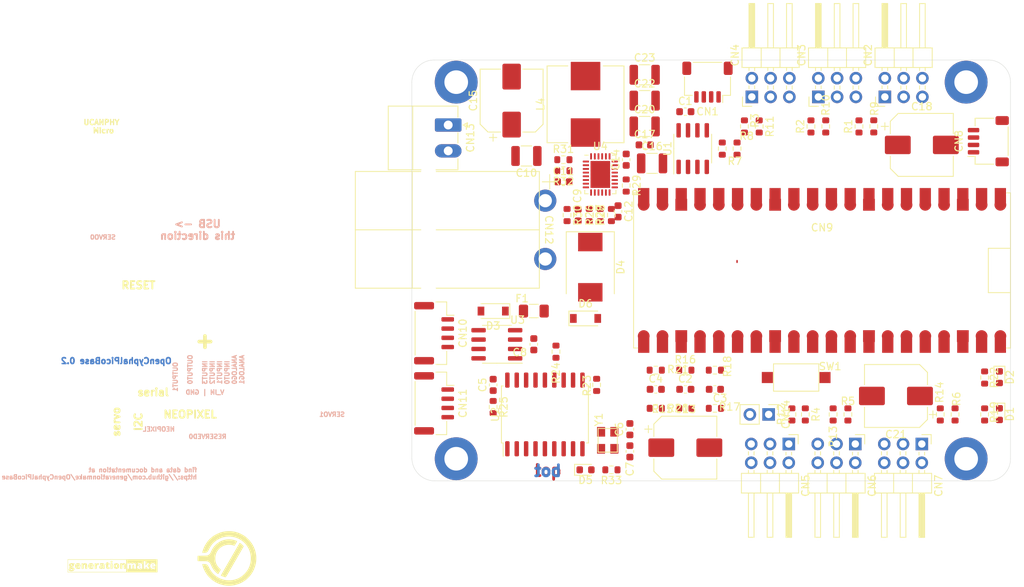
<source format=kicad_pcb>
(kicad_pcb (version 20211014) (generator pcbnew)
  (title_block (title "OpenCyphalPicoBase") (date "2022-10-26") (rev "0.2") (company "generationmake"))
  (layers (0 "F.Cu" signal) (31 "B.Cu" signal) (34 "B.Paste" user) (35 "F.Paste" user) (36 "B.SilkS" user "B.Silkscreen") (37 "F.SilkS" user "F.Silkscreen") (38 "B.Mask" user) (39 "F.Mask" user) (44 "Edge.Cuts" user))
  (net 0 "")
  (net 1 "+3V3")
  (net 2 "GND")
  (net 3 "MCP2515_CS")
  (net 4 "MCP2515_INT")
  (net 5 "MOSI")
  (net 6 "SCK")
  (net 7 "MISO")
  (net 8 "/MCP2515/TXCAN")
  (net 9 "/MCP2515/RXCAN")
  (net 10 "/MCP2515/CANH")
  (net 11 "/MCP2515/CANL")
  (net 12 "/MEAS_CANVCC")
  (net 13 "+BATT")
  (net 14 "/LED2")
  (net 15 "/LED3")
  (net 16 "/LED3_R")
  (net 17 "/LED2_R")
  (net 18 "/MCP2515/MCP2515_OSC2")
  (net 19 "/MCP2515/MCP2515_OSC1")
  (net 20 "/MCP2515/MCP2515_RESET")
  (net 21 "/MCP2515/MCP2515_SOF")
  (net 22 "/MCP2515/MCP2515_TX0RTS")
  (net 23 "/MCP2515/MCP2515_TX1RTS")
  (net 24 "/MCP2515/MCP2515_TX2RTS")
  (net 25 "/MCP2515/MCP2515_RX1BUF")
  (net 26 "/MCP2515/MCP2515_RX0BUF")
  (net 27 "/SER_TX")
  (net 28 "/SER_RX")
  (net 29 "/I2C_SDA")
  (net 30 "/I2C_SCL")
  (net 31 "/MEAS_BATT")
  (net 32 "/RESET")
  (net 37 "/MEAS_5V")
  (net 38 "/Power/SS")
  (net 39 "/Power/AVCC")
  (net 40 "/Power/PVCC")
  (net 41 "/Power/BOOT")
  (net 42 "/Power/PHASE")
  (net 43 "VCC")
  (net 44 "/SERVO01_R")
  (net 45 "/SERVO00_R")
  (net 46 "/SERVO03_R")
  (net 47 "/SERVO02_R")
  (net 48 "/SERVO05_R")
  (net 49 "/SERVO04_R")
  (net 50 "/SERVO07_R")
  (net 51 "/SERVO06_R")
  (net 52 "/SERVO09_R")
  (net 53 "/SERVO08_R")
  (net 54 "/SERVO11_R")
  (net 55 "/SERVO10_R")
  (net 56 "/SERVO00")
  (net 57 "/SERVO01")
  (net 58 "/SERVO02")
  (net 59 "/SERVO03")
  (net 60 "/SERVO04")
  (net 61 "/SERVO05")
  (net 62 "/SERVO06")
  (net 63 "/SERVO07")
  (net 64 "/SERVO08")
  (net 65 "/SERVO09")
  (net 66 "/SERVO10")
  (net 67 "/SERVO11")
  (net 70 "+5V")
  (net 72 "CANVCC")
  (net 73 "Net-(D3-Pad1)")
  (net 74 "Net-(D5-Pad2)")
  (net 75 "/Power/FB")
  (net 76 "/Power/PG")
  (net 77 "/Power/SET")
  (net 78 "/Power/EN")
  (footprint "MECH_mounting_holes:MHP_3.2_5.8" (layer "F.Cu") (at 67 56)
    (fp_text reference "MECH1" hide)
    (fp_text value "MHP_3.2_5.8" hide)
  )
  (footprint "MECH_mounting_holes:MHP_3.2_5.8" (layer "F.Cu") (at 136 56)
    (fp_text reference "MECH2" hide)
    (fp_text value "MHP_3.2_5.8")
  )
  (footprint "MECH_mounting_holes:MHP_3.2_5.8" (layer "F.Cu") (at 67 107)
    (fp_text reference "MECH3" hide)
    (fp_text value "MHP_3.2_5.8")
  )
  (footprint "MECH_mounting_holes:MHP_3.2_5.8" (layer "F.Cu") (at 136 107)
    (fp_text reference "MECH4" hide)
    (fp_text value "MHP_3.2_5.8")
  )
  (footprint "Resistor_SMD:R_0603_1608Metric" (layer "F.Cu") (at 115 62 90)
    (fp_text reference "R2")
    (fp_text value "100R")
  )
  (footprint "Capacitor_SMD:C_0603_1608Metric" (layer "F.Cu") (at 102 97.6)
    (fp_text reference "C3")
    (fp_text value "100nF")
  )
  (footprint "Capacitor_SMD:C_0603_1608Metric" (layer "F.Cu") (at 94 97.6)
    (fp_text reference "C4")
    (fp_text value "100nF")
  )
  (footprint "Resistor_SMD:R_0603_1608Metric" (layer "F.Cu") (at 121.5 62 90)
    (fp_text reference "R1")
    (fp_text value "100R")
  )
  (footprint "Resistor_SMD:R_0603_1608Metric" (layer "F.Cu") (at 106 62 90)
    (fp_text reference "R3")
    (fp_text value "100R")
  )
  (footprint "Capacitor_SMD:C_0603_1608Metric" (layer "F.Cu") (at 90.5 103 90)
    (fp_text reference "C6")
    (fp_text value "10pF")
  )
  (footprint "Connector_PinHeader_2.54mm:PinHeader_2x03_P2.54mm_Horizontal" (layer "F.Cu") (at 125 58 90)
    (fp_text reference "CN2")
    (fp_text value "CONN_02X03")
  )
  (footprint "Connector_PinHeader_2.54mm:PinHeader_2x03_P2.54mm_Horizontal" (layer "F.Cu") (at 116 58 90)
    (fp_text reference "CN3")
    (fp_text value "CONN_02X03")
  )
  (footprint "Connector_PinHeader_2.54mm:PinHeader_2x03_P2.54mm_Horizontal" (layer "F.Cu") (at 130 105 -90)
    (fp_text reference "CN7")
    (fp_text value "CONN_02X03")
  )
  (footprint "LED_SMD:LED_0603_1608Metric" (layer "F.Cu") (at 140.5 95.9575 -90)
    (fp_text reference "D2")
    (fp_text value "LED yellow")
  )
  (footprint "Package_SO:SOIC-8_3.9x4.9mm_P1.27mm" (layer "F.Cu") (at 72.5 91.5 180)
    (fp_text reference "U3")
    (fp_text value "SN65HVD232")
  )
  (footprint "Resistor_SMD:R_0603_1608Metric" (layer "F.Cu") (at 123.5 61.99 -90)
    (fp_text reference "R9")
    (fp_text value "100R")
  )
  (footprint "Resistor_SMD:R_0603_1608Metric" (layer "F.Cu") (at 117 62 -90)
    (fp_text reference "R10")
    (fp_text value "100R")
  )
  (footprint "Resistor_SMD:R_0603_1608Metric" (layer "F.Cu") (at 108 62 -90)
    (fp_text reference "R11")
    (fp_text value "100R")
  )
  (footprint "Resistor_SMD:R_0603_1608Metric" (layer "F.Cu") (at 112.4225 101 90)
    (fp_text reference "R12")
    (fp_text value "100R")
  )
  (footprint "Connector_PinHeader_2.54mm:PinHeader_2x03_P2.54mm_Horizontal" (layer "F.Cu") (at 107 58 90)
    (fp_text reference "CN4")
    (fp_text value "CONN_02X03")
  )
  (footprint "Connector_PinHeader_2.54mm:PinHeader_2x03_P2.54mm_Horizontal" (layer "F.Cu") (at 121 105 -90)
    (fp_text reference "CN6")
    (fp_text value "CONN_02X03")
  )
  (footprint "LED_SMD:LED_0603_1608Metric" (layer "F.Cu") (at 84.5 108.5)
    (fp_text reference "D5")
    (fp_text value "LED green")
  )
  (footprint "Resistor_SMD:R_0603_1608Metric" (layer "F.Cu") (at 98 95)
    (fp_text reference "R16")
    (fp_text value "10k")
  )
  (footprint "labels:opencyphal_small" (layer "F.Cu") (at 36 120.5)
    (fp_text reference "L3" hide)
    (fp_text value "Label" hide)
  )
  (footprint "crystals:Crystal_SMD_3.2x2.5mm_4Pad" (layer "F.Cu") (at 87.5 104.5 90)
    (fp_text reference "Y1")
    (fp_text value "16MHz")
  )
  (footprint "Connector_PinHeader_2.54mm:PinHeader_2x03_P2.54mm_Horizontal" (layer "F.Cu") (at 112 105 -90)
    (fp_text reference "CN5")
    (fp_text value "CONN_02X03")
  )
  (footprint "Capacitor_SMD:C_0603_1608Metric" (layer "F.Cu") (at 83.5 74 90)
    (fp_text reference "C9")
    (fp_text value "10nF")
  )
  (footprint "Resistor_SMD:R_0603_1608Metric" (layer "F.Cu") (at 118 101 90)
    (fp_text reference "R13")
    (fp_text value "100R")
  )
  (footprint "Resistor_SMD:R_0603_1608Metric" (layer "F.Cu") (at 132.5 101 90)
    (fp_text reference "R14")
    (fp_text value "100R")
  )
  (footprint "Resistor_SMD:R_0603_1608Metric" (layer "F.Cu") (at 98 100.175)
    (fp_text reference "R15")
    (fp_text value "100k")
  )
  (footprint "Capacitor_SMD:C_0603_1608Metric" (layer "F.Cu") (at 98 60)
    (fp_text reference "C1")
    (fp_text value "100nF")
  )
  (footprint "Capacitor_SMD:C_0603_1608Metric" (layer "F.Cu") (at 98 97.6)
    (fp_text reference "C2")
    (fp_text value "100nF")
  )
  (footprint "Capacitor_SMD:C_0603_1608Metric" (layer "F.Cu") (at 72 97 90)
    (fp_text reference "C5")
    (fp_text value "100nF")
  )
  (footprint "Capacitor_SMD:C_1210_3225Metric" (layer "F.Cu") (at 76.5 66 180)
    (fp_text reference "C10")
    (fp_text value "4.7uF 50V")
  )
  (footprint "Connector_JST:JST_SH_SM04B-SRSS-TB_1x04-1MP_P1.00mm_Horizontal" (layer "F.Cu") (at 139 64 90)
    (fp_text reference "CN8")
    (fp_text value "SM04B-SRSS-TB")
  )
  (footprint "Connector_JST:JST_GH_SM04B-GHS-TB_1x04-1MP_P1.25mm_Horizontal" (layer "F.Cu") (at 64 99.5 -90)
    (fp_text reference "CN11")
    (fp_text value "GH_SM04B-GHS-TB")
  )
  (footprint "Resistor_SMD:R_0603_1608Metric" (layer "F.Cu") (at 114.2375 101 -90)
    (fp_text reference "R4")
    (fp_text value "100R")
  )
  (footprint "Resistor_SMD:R_0603_1608Metric" (layer "F.Cu") (at 134.5 101 -90)
    (fp_text reference "R6")
    (fp_text value "100R")
  )
  (footprint "Resistor_SMD:R_0603_1608Metric" (layer "F.Cu") (at 103 65 90)
    (fp_text reference "R7")
    (fp_text value "10k")
  )
  (footprint "Resistor_SMD:R_0603_1608Metric" (layer "F.Cu") (at 102 100.175)
    (fp_text reference "R17")
    (fp_text value "100k")
  )
  (footprint "Resistor_SMD:R_0603_1608Metric" (layer "F.Cu") (at 102 95)
    (fp_text reference "R18")
    (fp_text value "10k")
  )
  (footprint "Resistor_SMD:R_0603_1608Metric" (layer "F.Cu") (at 138.5 101 -90)
    (fp_text reference "R19")
    (fp_text value "3k3")
  )
  (footprint "Resistor_SMD:R_0603_1608Metric" (layer "F.Cu") (at 94 100.175)
    (fp_text reference "R20")
    (fp_text value "100k")
  )
  (footprint "Resistor_SMD:R_0603_1608Metric" (layer "F.Cu") (at 94 95)
    (fp_text reference "R21")
    (fp_text value "10k")
  )
  (footprint "Resistor_SMD:R_0603_1608Metric" (layer "F.Cu") (at 138.5 96 -90)
    (fp_text reference "R22")
    (fp_text value "3k3")
  )
  (footprint "Resistor_SMD:R_0603_1608Metric" (layer "F.Cu") (at 86 97 -90)
    (fp_text reference "R23")
    (fp_text value "10k")
  )
  (footprint "Resistor_SMD:R_0603_1608Metric" (layer "F.Cu") (at 80.5 92.5 -90)
    (fp_text reference "R24")
    (fp_text value "10k")
  )
  (footprint "Resistor_SMD:R_0603_1608Metric" (layer "F.Cu") (at 72 100 -90)
    (fp_text reference "R25")
    (fp_text value "10k")
  )
  (footprint "Button_Switch_SMD:SW_SPST_CK_RS282G05A3" (layer "F.Cu") (at 113 96 180)
    (fp_text reference "SW1")
    (fp_text value "SPST")
  )
  (footprint "Resistor_SMD:R_0603_1608Metric" (layer "F.Cu") (at 105 65 90)
    (fp_text reference "R8")
    (fp_text value "10k")
  )
  (footprint "Capacitor_SMD:C_0603_1608Metric" (layer "F.Cu") (at 90.5 106 -90)
    (fp_text reference "C7")
    (fp_text value "10pF")
  )
  (footprint "labels:generationmake_small_silk" (layer "F.Cu") (at 20.48095 124.13645)
    (fp_text reference "L1" hide)
    (fp_text value "Label" hide)
  )
  (footprint "Resistor_SMD:R_0603_1608Metric" (layer "F.Cu") (at 120 101 -90)
    (fp_text reference "R5")
    (fp_text value "100R")
  )
  (footprint "Connector_JST:JST_SH_SM04B-SRSS-TB_1x04-1MP_P1.00mm_Horizontal" (layer "F.Cu") (at 101 56 180)
    (fp_text reference "CN1")
    (fp_text value "SM04B-SRSS-TB")
  )
  (footprint "Capacitor_SMD:C_0603_1608Metric" (layer "F.Cu") (at 77.5 91.5 -90)
    (fp_text reference "C8")
    (fp_text value "100nF")
  )
  (footprint "Diode_SMD:D_SMC" (layer "F.Cu") (at 85.14322 81.05876 -90)
    (fp_text reference "D4")
    (fp_text value "SMCJ40A")
  )
  (footprint "Capacitor_SMD:CP_Elec_8x10" (layer "F.Cu") (at 74.5 58.5 90)
    (fp_text reference "C15")
    (fp_text value "100 uF / 50 V")
  )
  (footprint "Resistor_SMD:R_0603_1608Metric" (layer "F.Cu") (at 82 74 -90)
    (fp_text reference "R30")
    (fp_text value "30k")
  )
  (footprint "Package_SO:SOIC-8_3.9x4.9mm_P1.27mm" (layer "F.Cu") (at 99 65 90)
    (fp_text reference "U1")
    (fp_text value "24LC64")
  )
  (footprint "Inductor_SMD:L_Wuerth_HCI-1050" (layer "F.Cu") (at 84.5 59 90)
    (fp_text reference "L4")
    (fp_text value "7443251000 (10 uH)")
  )
  (footprint "generationmake:POWERPOLE_hor_2" (layer "F.Cu") (at 79.05 76 -90)
    (fp_text reference "CN12")
    (fp_text value "Powerpole_2")
  )
  (footprint "Connector_Phoenix_MC:PhoenixContact_MC_1,5_2-G-3.5_1x02_P3.50mm_Horizontal" (layer "F.Cu") (at 65.9175 61.805 -90)
    (fp_text reference "CN13")
    (fp_text value "DNI")
  )
  (footprint "Resistor_SMD:R_0603_1608Metric" (layer "F.Cu") (at 88 108.5 180)
    (fp_text reference "R33")
    (fp_text value "2k2")
  )
  (footprint "Capacitor_SMD:C_0603_1608Metric" (layer "F.Cu") (at 92.5 64.5)
    (fp_text reference "C17")
    (fp_text value "100 nF")
  )
  (footprint "Capacitor_SMD:C_1210_3225Metric" (layer "F.Cu") (at 92.5 55)
    (fp_text reference "C23")
    (fp_text value "47uF 10V")
  )
  (footprint "Connector_JST:JST_GH_SM04B-GHS-TB_1x04-1MP_P1.25mm_Horizontal" (layer "F.Cu") (at 64 90 -90)
    (fp_text reference "CN10")
    (fp_text value "GH_SM04B-GHS-TB")
  )
  (footprint "Fuse:Fuse_1206_3216Metric" (layer "F.Cu") (at 77.5 87 180)
    (fp_text reference "F1")
    (fp_text value "nanoSMDC050F")
  )
  (footprint "Capacitor_SMD:C_0603_1608Metric" (layer "F.Cu") (at 88.9 73.5 -90)
    (fp_text reference "C12")
    (fp_text value "2.2 uF")
  )
  (footprint "Capacitor_SMD:C_1210_3225Metric" (layer "F.Cu") (at 93.5 67)
    (fp_text reference "C16")
    (fp_text value "4.7uF 50V")
  )
  (footprint "Resistor_SMD:R_0603_1608Metric" (layer "F.Cu") (at 81.5 68 180)
    (fp_text reference "R32")
    (fp_text value "20k")
  )
  (footprint "Capacitor_SMD:C_0603_1608Metric" (layer "F.Cu") (at 90 66.5 90)
    (fp_text reference "C14")
    (fp_text value "100 nF")
  )
  (footprint "Resistor_SMD:R_0603_1608Metric" (layer "F.Cu") (at 85 74 -90)
    (fp_text reference "R27")
    (fp_text value "20k")
  )
  (footprint "Package_DFN_QFN:QFN-28-1EP_4x5mm_P0.5mm_EP2.65x3.65mm" (layer "F.Cu") (at 86.5 68.5)
    (fp_text reference "U4")
    (fp_text value "RAA211650")
  )
  (footprint "Capacitor_SMD:C_1210_3225Metric" (layer "F.Cu") (at 92.5 62)
    (fp_text reference "C20")
    (fp_text value "47uF 10V")
  )
  (footprint "Capacitor_SMD:CP_Elec_8x10" (layer "F.Cu") (at 98 105.5)
    (fp_text reference "C13")
    (fp_text value "100 uF / 50 V")
  )
  (footprint "Resistor_SMD:R_0603_1608Metric" (layer "F.Cu") (at 90 70 -90)
    (fp_text reference "R29")
    (fp_text value "1R")
  )
  (footprint "LED_SMD:LED_0603_1608Metric" (layer "F.Cu") (at 140.5 100.9575 -90)
    (fp_text reference "D1")
    (fp_text value "LED red")
  )
  (footprint "Capacitor_SMD:CP_Elec_8x10" (layer "F.Cu") (at 130 64.5)
    (fp_text reference "C18")
    (fp_text value "1000 uF / 10 V")
  )
  (footprint "Resistor_SMD:R_0603_1608Metric" (layer "F.Cu") (at 86.5 74 90)
    (fp_text reference "R26")
    (fp_text value "120k")
  )
  (footprint "Package_SO:SOIC-18W_7.5x11.6mm_P1.27mm" (layer "F.Cu") (at 79 101 90)
    (fp_text reference "U2")
    (fp_text value "MCP2515")
  )
  (footprint "Resistor_SMD:R_0603_1608Metric" (layer "F.Cu") (at 88 74 90)
    (fp_text reference "R28")
    (fp_text value "10k")
  )
  (footprint "Resistor_SMD:R_0603_1608Metric" (layer "F.Cu") (at 81.5 66.5)
    (fp_text reference "R31")
    (fp_text value "120k")
  )
  (footprint "Diode_SMD:D_SOD-123" (layer "F.Cu") (at 72 87 180)
    (fp_text reference "D3")
    (fp_text value "MBR0530T1G")
  )
  (footprint "Capacitor_SMD:C_1210_3225Metric" (layer "F.Cu") (at 92.5 58.5)
    (fp_text reference "C22")
    (fp_text value "47uF 10V")
  )
  (footprint "Connector_PinHeader_2.54mm:PinHeader_1x02_P2.54mm_Vertical" (layer "F.Cu") (at 109.275 101 -90)
    (fp_text reference "CN14")
    (fp_text value "DNI")
  )
  (footprint "Diode_SMD:D_SOD-123" (layer "F.Cu") (at 84.5 88)
    (fp_text reference "D6")
    (fp_text value "MBR0530T1G")
  )
  (footprint "generationmake:RASPI_PICO_SOLDER_Kopie" (layer "F.Cu") (at 116.5 81.5 -90)
    (fp_text reference "CN9")
    (fp_text value "RASPBERRYPI_PICO")
  )
  (footprint "Capacitor_SMD:CP_Elec_8x10" (layer "F.Cu") (at 126.5 98.5 180)
    (fp_text reference "C21")
    (fp_text value "1000 uF / 10 V")
  )
  (footprint "Capacitor_SMD:C_0603_1608Metric" (layer "F.Cu") (at 81.5 69.5)
    (fp_text reference "C11")
    (fp_text value "1 uF")
  )
  (footprint "labels:generationmake_small_solder" (layer "B.Cu") (at 19.01905 117.63645 180)
    (fp_text reference "L2" hide)
    (fp_text value "Label" hide)
  )
  (gr_line (start 139 110) (end 64.12132 110) (layer "Edge.Cuts") (width 0.05))
  (gr_line (start 61 56) (end 61 107) (layer "Edge.Cuts") (width 0.05))
  (gr_line (start 142 56) (end 142 107) (layer "Edge.Cuts") (width 0.05))
  (gr_line (start 139 53) (end 64 53) (layer "Edge.Cuts") (width 0.05))
  (gr_arc (start 139 53) (mid 141.12132 53.87868) (end 142 56) (layer "Edge.Cuts") (width 0.05))
  (gr_arc (start 61 56) (mid 61.87868 53.87868) (end 64 53) (layer "Edge.Cuts") (width 0.05))
  (gr_arc (start 142 107) (mid 141.12132 109.12132) (end 139 110) (layer "Edge.Cuts") (width 0.05))
  (gr_arc (start 64.12132 110) (mid 61.95666 109.128412) (end 61 107) (layer "Edge.Cuts") (width 0.05))
  (gr_text "top" (at 79.4 108.6) (layer "F.Cu") (effects (font (size 1.5 1.5) (thickness 0.375))))
  (gr_text "OpenCyphalPicoBase 0.2" (at 21 93.75) (layer "B.Cu") (effects (font (size 0.8 0.8) (thickness 0.2)) (justify mirror)))
  (gr_text "bot" (at 79.4 108.63645) (layer "B.Cu") (effects (font (size 1.5 1.5) (thickness 0.375)) (justify mirror)))
  (gr_text "USB ->\nthis direction" (at 32 76) (layer "B.SilkS") (effects (font (size 1 1) (thickness 0.25)) (justify mirror)))
  (gr_text "V_IN | GND" (at 33 98) (layer "B.SilkS") (effects (font (size 0.6 0.6)) (justify mirror)))
  (gr_text "ANALOG0" (at 37 97 90) (layer "B.SilkS") (effects (font (size 0.6 0.6)) (justify right mirror)))
  (gr_text "INPUT0" (at 36 97 90) (layer "B.SilkS") (effects (font (size 0.6 0.6)) (justify right mirror)))
  (gr_text "OUTPUT1" (at 29 98 90) (layer "B.SilkS") (effects (font (size 0.6 0.6)) (justify right mirror)))
  (gr_text "SERVO1" (at 52 101) (layer "B.SilkS") (effects (font (size 0.6 0.6)) (justify left mirror)))
  (gr_text "RESERVED0" (at 36 104) (layer "B.SilkS") (effects (font (size 0.6 0.6)) (justify left mirror)))
  (gr_text "NEOPIXEL" (at 29 103) (layer "B.SilkS") (effects (font (size 0.6 0.6)) (justify left mirror)))
  (gr_text "ANALOG1" (at 38 97 90) (layer "B.SilkS") (effects (font (size 0.6 0.6)) (justify right mirror)))
  (gr_text "SERVO0" (at 21 77) (layer "B.SilkS") (effects (font (size 0.6 0.6)) (justify left mirror)))
  (gr_text "INPUT2" (at 34 97 90) (layer "B.SilkS") (effects (font (size 0.6 0.6)) (justify right mirror)))
  (gr_text "find data and documentation at\nhttps://github.com/generationmake/OpenCyphalPicoBase" (at 32 109) (layer "B.SilkS") (effects (font (size 0.6 0.6)) (justify left mirror)))
  (gr_text "OUTPUT0" (at 31 97 90) (layer "B.SilkS") (effects (font (size 0.6 0.6)) (justify right mirror)))
  (gr_text "INPUT3" (at 33 97 90) (layer "B.SilkS") (effects (font (size 0.6 0.6)) (justify right mirror)))
  (gr_text "INPUT1" (at 35 97 90) (layer "B.SilkS") (effects (font (size 0.6 0.6)) (justify right mirror)))
  (gr_text "UCANPHY\n Micro" (at 19 62) (layer "F.SilkS") (effects (font (size 0.7 0.7) (thickness 0.175))))
  (gr_text "+" (at 33 91) (layer "F.SilkS") (effects (font (size 2 2) (thickness 0.5))))
  (gr_text "I2C" (at 24 102 90) (layer "F.SilkS") (effects (font (size 1 1) (thickness 0.25))))
  (gr_text "NEOPIXEL" (at 31 101) (layer "F.SilkS") (effects (font (size 1 1) (thickness 0.25))))
  (gr_text "RESET" (at 24 83.5) (layer "F.SilkS") (effects (font (size 1 1) (thickness 0.25))))
  (gr_text "servo" (at 21 102 90) (layer "F.SilkS") (effects (font (size 1 1) (thickness 0.25))))
  (gr_text "serial" (at 26 98) (layer "F.SilkS") (effects (font (size 1 1) (thickness 0.25))))
  (segment (start 105 80.175) (end 105 80.4) (width 0.2) (layer "F.Cu") (net 1))
)
</source>
